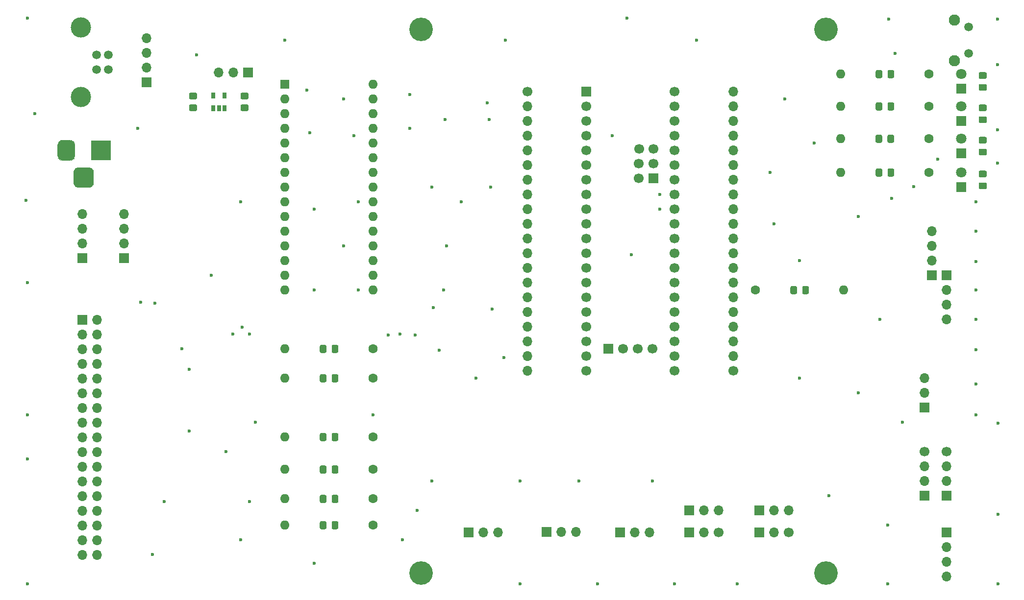
<source format=gbr>
G04 #@! TF.GenerationSoftware,KiCad,Pcbnew,(5.1.9)-1*
G04 #@! TF.CreationDate,2021-01-17T11:56:39+00:00*
G04 #@! TF.ProjectId,Greaseweazle F1 3.5 Inch Rev 2,47726561-7365-4776-9561-7a6c65204631,2*
G04 #@! TF.SameCoordinates,PX6312cb0PY6bcb370*
G04 #@! TF.FileFunction,Soldermask,Top*
G04 #@! TF.FilePolarity,Negative*
%FSLAX46Y46*%
G04 Gerber Fmt 4.6, Leading zero omitted, Abs format (unit mm)*
G04 Created by KiCad (PCBNEW (5.1.9)-1) date 2021-01-17 11:56:39*
%MOMM*%
%LPD*%
G01*
G04 APERTURE LIST*
%ADD10O,1.600000X1.600000*%
%ADD11R,1.600000X1.600000*%
%ADD12C,3.500120*%
%ADD13C,1.501140*%
%ADD14O,1.700000X1.700000*%
%ADD15R,1.700000X1.700000*%
%ADD16C,1.700000*%
%ADD17R,0.650000X1.060000*%
%ADD18C,1.600000*%
%ADD19R,1.800000X1.800000*%
%ADD20C,1.800000*%
%ADD21R,3.500000X3.500000*%
%ADD22C,1.950000*%
%ADD23C,1.508000*%
%ADD24C,4.064000*%
%ADD25C,0.600000*%
%ADD26C,0.100000*%
G04 APERTURE END LIST*
D10*
X7874000Y13970000D03*
X-7366000Y13970000D03*
X7874000Y49530000D03*
X-7366000Y16510000D03*
X7874000Y46990000D03*
X-7366000Y19050000D03*
X7874000Y44450000D03*
X-7366000Y21590000D03*
X7874000Y41910000D03*
X-7366000Y24130000D03*
X7874000Y39370000D03*
X-7366000Y26670000D03*
X7874000Y36830000D03*
X-7366000Y29210000D03*
X7874000Y34290000D03*
X-7366000Y31750000D03*
X7874000Y31750000D03*
X-7366000Y34290000D03*
X7874000Y29210000D03*
X-7366000Y36830000D03*
X7874000Y26670000D03*
X-7366000Y39370000D03*
X7874000Y24130000D03*
X-7366000Y41910000D03*
X7874000Y21590000D03*
X-7366000Y44450000D03*
X7874000Y19050000D03*
X-7366000Y46990000D03*
X7874000Y16510000D03*
D11*
X-7366000Y49530000D03*
D12*
X-42621200Y47345600D03*
X-42621200Y59385200D03*
D13*
X-37896800Y54610000D03*
X-37896800Y52120800D03*
X-39903400Y52120800D03*
X-39903400Y54610000D03*
D14*
X103124000Y-1270000D03*
X103124000Y-3810000D03*
D15*
X103124000Y-6350000D03*
D14*
X106934000Y8890000D03*
X106934000Y11430000D03*
X106934000Y13970000D03*
D15*
X106934000Y16510000D03*
D14*
X29464000Y-27940000D03*
X26924000Y-27940000D03*
D15*
X24384000Y-27940000D03*
D14*
X42926000Y-27829200D03*
X40386000Y-27829200D03*
D15*
X37846000Y-27829200D03*
D14*
X55626000Y-27889200D03*
X53086000Y-27889200D03*
D15*
X50546000Y-27889200D03*
D14*
X-18796000Y51587400D03*
X-16256000Y51587400D03*
D15*
X-13716000Y51587400D03*
D14*
X104394000Y24130000D03*
X104394000Y21590000D03*
X104394000Y19050000D03*
D15*
X104394000Y16510000D03*
X106934000Y-21590000D03*
D14*
X106934000Y-19050000D03*
X106934000Y-16510000D03*
D16*
X106934000Y-13970000D03*
X103124000Y-13970000D03*
D14*
X103124000Y-16510000D03*
X103124000Y-19050000D03*
D15*
X103124000Y-21590000D03*
D17*
X-19725999Y47607400D03*
X-17825999Y47607400D03*
X-17825999Y45407400D03*
X-18775999Y45407400D03*
X-19725999Y45407400D03*
G36*
G01*
X-14801001Y46057400D02*
X-13900999Y46057400D01*
G75*
G02*
X-13651000Y45807401I0J-249999D01*
G01*
X-13651000Y45157399D01*
G75*
G02*
X-13900999Y44907400I-249999J0D01*
G01*
X-14801001Y44907400D01*
G75*
G02*
X-15051000Y45157399I0J249999D01*
G01*
X-15051000Y45807401D01*
G75*
G02*
X-14801001Y46057400I249999J0D01*
G01*
G37*
G36*
G01*
X-14801001Y48107400D02*
X-13900999Y48107400D01*
G75*
G02*
X-13651000Y47857401I0J-249999D01*
G01*
X-13651000Y47207399D01*
G75*
G02*
X-13900999Y46957400I-249999J0D01*
G01*
X-14801001Y46957400D01*
G75*
G02*
X-15051000Y47207399I0J249999D01*
G01*
X-15051000Y47857401D01*
G75*
G02*
X-14801001Y48107400I249999J0D01*
G01*
G37*
G36*
G01*
X-22790999Y46957400D02*
X-23691001Y46957400D01*
G75*
G02*
X-23941000Y47207399I0J249999D01*
G01*
X-23941000Y47857401D01*
G75*
G02*
X-23691001Y48107400I249999J0D01*
G01*
X-22790999Y48107400D01*
G75*
G02*
X-22541000Y47857401I0J-249999D01*
G01*
X-22541000Y47207399D01*
G75*
G02*
X-22790999Y46957400I-249999J0D01*
G01*
G37*
G36*
G01*
X-22790999Y44907400D02*
X-23691001Y44907400D01*
G75*
G02*
X-23941000Y45157399I0J249999D01*
G01*
X-23941000Y45807401D01*
G75*
G02*
X-23691001Y46057400I249999J0D01*
G01*
X-22790999Y46057400D01*
G75*
G02*
X-22541000Y45807401I0J-249999D01*
G01*
X-22541000Y45157399D01*
G75*
G02*
X-22790999Y44907400I-249999J0D01*
G01*
G37*
D18*
X103886000Y51308000D03*
D10*
X88646000Y51308000D03*
D19*
X109474000Y48768000D03*
D20*
X109474000Y51308000D03*
G36*
G01*
X95816000Y51758001D02*
X95816000Y50857999D01*
G75*
G02*
X95566001Y50608000I-249999J0D01*
G01*
X94915999Y50608000D01*
G75*
G02*
X94666000Y50857999I0J249999D01*
G01*
X94666000Y51758001D01*
G75*
G02*
X94915999Y52008000I249999J0D01*
G01*
X95566001Y52008000D01*
G75*
G02*
X95816000Y51758001I0J-249999D01*
G01*
G37*
G36*
G01*
X97866000Y51758001D02*
X97866000Y50857999D01*
G75*
G02*
X97616001Y50608000I-249999J0D01*
G01*
X96965999Y50608000D01*
G75*
G02*
X96716000Y50857999I0J249999D01*
G01*
X96716000Y51758001D01*
G75*
G02*
X96965999Y52008000I249999J0D01*
G01*
X97616001Y52008000D01*
G75*
G02*
X97866000Y51758001I0J-249999D01*
G01*
G37*
G36*
G01*
X113607001Y50488000D02*
X112706999Y50488000D01*
G75*
G02*
X112457000Y50737999I0J249999D01*
G01*
X112457000Y51388001D01*
G75*
G02*
X112706999Y51638000I249999J0D01*
G01*
X113607001Y51638000D01*
G75*
G02*
X113857000Y51388001I0J-249999D01*
G01*
X113857000Y50737999D01*
G75*
G02*
X113607001Y50488000I-249999J0D01*
G01*
G37*
G36*
G01*
X113607001Y48438000D02*
X112706999Y48438000D01*
G75*
G02*
X112457000Y48687999I0J249999D01*
G01*
X112457000Y49338001D01*
G75*
G02*
X112706999Y49588000I249999J0D01*
G01*
X113607001Y49588000D01*
G75*
G02*
X113857000Y49338001I0J-249999D01*
G01*
X113857000Y48687999D01*
G75*
G02*
X113607001Y48438000I-249999J0D01*
G01*
G37*
G36*
G01*
X95816000Y46170001D02*
X95816000Y45269999D01*
G75*
G02*
X95566001Y45020000I-249999J0D01*
G01*
X94915999Y45020000D01*
G75*
G02*
X94666000Y45269999I0J249999D01*
G01*
X94666000Y46170001D01*
G75*
G02*
X94915999Y46420000I249999J0D01*
G01*
X95566001Y46420000D01*
G75*
G02*
X95816000Y46170001I0J-249999D01*
G01*
G37*
G36*
G01*
X97866000Y46170001D02*
X97866000Y45269999D01*
G75*
G02*
X97616001Y45020000I-249999J0D01*
G01*
X96965999Y45020000D01*
G75*
G02*
X96716000Y45269999I0J249999D01*
G01*
X96716000Y46170001D01*
G75*
G02*
X96965999Y46420000I249999J0D01*
G01*
X97616001Y46420000D01*
G75*
G02*
X97866000Y46170001I0J-249999D01*
G01*
G37*
G36*
G01*
X95816000Y34740001D02*
X95816000Y33839999D01*
G75*
G02*
X95566001Y33590000I-249999J0D01*
G01*
X94915999Y33590000D01*
G75*
G02*
X94666000Y33839999I0J249999D01*
G01*
X94666000Y34740001D01*
G75*
G02*
X94915999Y34990000I249999J0D01*
G01*
X95566001Y34990000D01*
G75*
G02*
X95816000Y34740001I0J-249999D01*
G01*
G37*
G36*
G01*
X97866000Y34740001D02*
X97866000Y33839999D01*
G75*
G02*
X97616001Y33590000I-249999J0D01*
G01*
X96965999Y33590000D01*
G75*
G02*
X96716000Y33839999I0J249999D01*
G01*
X96716000Y34740001D01*
G75*
G02*
X96965999Y34990000I249999J0D01*
G01*
X97616001Y34990000D01*
G75*
G02*
X97866000Y34740001I0J-249999D01*
G01*
G37*
G36*
G01*
X95790600Y40582001D02*
X95790600Y39681999D01*
G75*
G02*
X95540601Y39432000I-249999J0D01*
G01*
X94890599Y39432000D01*
G75*
G02*
X94640600Y39681999I0J249999D01*
G01*
X94640600Y40582001D01*
G75*
G02*
X94890599Y40832000I249999J0D01*
G01*
X95540601Y40832000D01*
G75*
G02*
X95790600Y40582001I0J-249999D01*
G01*
G37*
G36*
G01*
X97840600Y40582001D02*
X97840600Y39681999D01*
G75*
G02*
X97590601Y39432000I-249999J0D01*
G01*
X96940599Y39432000D01*
G75*
G02*
X96690600Y39681999I0J249999D01*
G01*
X96690600Y40582001D01*
G75*
G02*
X96940599Y40832000I249999J0D01*
G01*
X97590601Y40832000D01*
G75*
G02*
X97840600Y40582001I0J-249999D01*
G01*
G37*
G36*
G01*
X704000Y3359999D02*
X704000Y4260001D01*
G75*
G02*
X953999Y4510000I249999J0D01*
G01*
X1604001Y4510000D01*
G75*
G02*
X1854000Y4260001I0J-249999D01*
G01*
X1854000Y3359999D01*
G75*
G02*
X1604001Y3110000I-249999J0D01*
G01*
X953999Y3110000D01*
G75*
G02*
X704000Y3359999I0J249999D01*
G01*
G37*
G36*
G01*
X-1346000Y3359999D02*
X-1346000Y4260001D01*
G75*
G02*
X-1096001Y4510000I249999J0D01*
G01*
X-445999Y4510000D01*
G75*
G02*
X-196000Y4260001I0J-249999D01*
G01*
X-196000Y3359999D01*
G75*
G02*
X-445999Y3110000I-249999J0D01*
G01*
X-1096001Y3110000D01*
G75*
G02*
X-1346000Y3359999I0J249999D01*
G01*
G37*
G36*
G01*
X704000Y-1720001D02*
X704000Y-819999D01*
G75*
G02*
X953999Y-570000I249999J0D01*
G01*
X1604001Y-570000D01*
G75*
G02*
X1854000Y-819999I0J-249999D01*
G01*
X1854000Y-1720001D01*
G75*
G02*
X1604001Y-1970000I-249999J0D01*
G01*
X953999Y-1970000D01*
G75*
G02*
X704000Y-1720001I0J249999D01*
G01*
G37*
G36*
G01*
X-1346000Y-1720001D02*
X-1346000Y-819999D01*
G75*
G02*
X-1096001Y-570000I249999J0D01*
G01*
X-445999Y-570000D01*
G75*
G02*
X-196000Y-819999I0J-249999D01*
G01*
X-196000Y-1720001D01*
G75*
G02*
X-445999Y-1970000I-249999J0D01*
G01*
X-1096001Y-1970000D01*
G75*
G02*
X-1346000Y-1720001I0J249999D01*
G01*
G37*
G36*
G01*
X81984000Y13519999D02*
X81984000Y14420001D01*
G75*
G02*
X82233999Y14670000I249999J0D01*
G01*
X82884001Y14670000D01*
G75*
G02*
X83134000Y14420001I0J-249999D01*
G01*
X83134000Y13519999D01*
G75*
G02*
X82884001Y13270000I-249999J0D01*
G01*
X82233999Y13270000D01*
G75*
G02*
X81984000Y13519999I0J249999D01*
G01*
G37*
G36*
G01*
X79934000Y13519999D02*
X79934000Y14420001D01*
G75*
G02*
X80183999Y14670000I249999J0D01*
G01*
X80834001Y14670000D01*
G75*
G02*
X81084000Y14420001I0J-249999D01*
G01*
X81084000Y13519999D01*
G75*
G02*
X80834001Y13270000I-249999J0D01*
G01*
X80183999Y13270000D01*
G75*
G02*
X79934000Y13519999I0J249999D01*
G01*
G37*
G36*
G01*
X704000Y-11880001D02*
X704000Y-10979999D01*
G75*
G02*
X953999Y-10730000I249999J0D01*
G01*
X1604001Y-10730000D01*
G75*
G02*
X1854000Y-10979999I0J-249999D01*
G01*
X1854000Y-11880001D01*
G75*
G02*
X1604001Y-12130000I-249999J0D01*
G01*
X953999Y-12130000D01*
G75*
G02*
X704000Y-11880001I0J249999D01*
G01*
G37*
G36*
G01*
X-1346000Y-11880001D02*
X-1346000Y-10979999D01*
G75*
G02*
X-1096001Y-10730000I249999J0D01*
G01*
X-445999Y-10730000D01*
G75*
G02*
X-196000Y-10979999I0J-249999D01*
G01*
X-196000Y-11880001D01*
G75*
G02*
X-445999Y-12130000I-249999J0D01*
G01*
X-1096001Y-12130000D01*
G75*
G02*
X-1346000Y-11880001I0J249999D01*
G01*
G37*
G36*
G01*
X704000Y-17493401D02*
X704000Y-16593399D01*
G75*
G02*
X953999Y-16343400I249999J0D01*
G01*
X1604001Y-16343400D01*
G75*
G02*
X1854000Y-16593399I0J-249999D01*
G01*
X1854000Y-17493401D01*
G75*
G02*
X1604001Y-17743400I-249999J0D01*
G01*
X953999Y-17743400D01*
G75*
G02*
X704000Y-17493401I0J249999D01*
G01*
G37*
G36*
G01*
X-1346000Y-17493401D02*
X-1346000Y-16593399D01*
G75*
G02*
X-1096001Y-16343400I249999J0D01*
G01*
X-445999Y-16343400D01*
G75*
G02*
X-196000Y-16593399I0J-249999D01*
G01*
X-196000Y-17493401D01*
G75*
G02*
X-445999Y-17743400I-249999J0D01*
G01*
X-1096001Y-17743400D01*
G75*
G02*
X-1346000Y-17493401I0J249999D01*
G01*
G37*
G36*
G01*
X704000Y-22573401D02*
X704000Y-21673399D01*
G75*
G02*
X953999Y-21423400I249999J0D01*
G01*
X1604001Y-21423400D01*
G75*
G02*
X1854000Y-21673399I0J-249999D01*
G01*
X1854000Y-22573401D01*
G75*
G02*
X1604001Y-22823400I-249999J0D01*
G01*
X953999Y-22823400D01*
G75*
G02*
X704000Y-22573401I0J249999D01*
G01*
G37*
G36*
G01*
X-1346000Y-22573401D02*
X-1346000Y-21673399D01*
G75*
G02*
X-1096001Y-21423400I249999J0D01*
G01*
X-445999Y-21423400D01*
G75*
G02*
X-196000Y-21673399I0J-249999D01*
G01*
X-196000Y-22573401D01*
G75*
G02*
X-445999Y-22823400I-249999J0D01*
G01*
X-1096001Y-22823400D01*
G75*
G02*
X-1346000Y-22573401I0J249999D01*
G01*
G37*
G36*
G01*
X704000Y-27120001D02*
X704000Y-26219999D01*
G75*
G02*
X953999Y-25970000I249999J0D01*
G01*
X1604001Y-25970000D01*
G75*
G02*
X1854000Y-26219999I0J-249999D01*
G01*
X1854000Y-27120001D01*
G75*
G02*
X1604001Y-27370000I-249999J0D01*
G01*
X953999Y-27370000D01*
G75*
G02*
X704000Y-27120001I0J249999D01*
G01*
G37*
G36*
G01*
X-1346000Y-27120001D02*
X-1346000Y-26219999D01*
G75*
G02*
X-1096001Y-25970000I249999J0D01*
G01*
X-445999Y-25970000D01*
G75*
G02*
X-196000Y-26219999I0J-249999D01*
G01*
X-196000Y-27120001D01*
G75*
G02*
X-445999Y-27370000I-249999J0D01*
G01*
X-1096001Y-27370000D01*
G75*
G02*
X-1346000Y-27120001I0J249999D01*
G01*
G37*
G36*
G01*
X113607001Y44900000D02*
X112706999Y44900000D01*
G75*
G02*
X112457000Y45149999I0J249999D01*
G01*
X112457000Y45800001D01*
G75*
G02*
X112706999Y46050000I249999J0D01*
G01*
X113607001Y46050000D01*
G75*
G02*
X113857000Y45800001I0J-249999D01*
G01*
X113857000Y45149999D01*
G75*
G02*
X113607001Y44900000I-249999J0D01*
G01*
G37*
G36*
G01*
X113607001Y42850000D02*
X112706999Y42850000D01*
G75*
G02*
X112457000Y43099999I0J249999D01*
G01*
X112457000Y43750001D01*
G75*
G02*
X112706999Y44000000I249999J0D01*
G01*
X113607001Y44000000D01*
G75*
G02*
X113857000Y43750001I0J-249999D01*
G01*
X113857000Y43099999D01*
G75*
G02*
X113607001Y42850000I-249999J0D01*
G01*
G37*
G36*
G01*
X113607001Y31420000D02*
X112706999Y31420000D01*
G75*
G02*
X112457000Y31669999I0J249999D01*
G01*
X112457000Y32320001D01*
G75*
G02*
X112706999Y32570000I249999J0D01*
G01*
X113607001Y32570000D01*
G75*
G02*
X113857000Y32320001I0J-249999D01*
G01*
X113857000Y31669999D01*
G75*
G02*
X113607001Y31420000I-249999J0D01*
G01*
G37*
G36*
G01*
X113607001Y33470000D02*
X112706999Y33470000D01*
G75*
G02*
X112457000Y33719999I0J249999D01*
G01*
X112457000Y34370001D01*
G75*
G02*
X112706999Y34620000I249999J0D01*
G01*
X113607001Y34620000D01*
G75*
G02*
X113857000Y34370001I0J-249999D01*
G01*
X113857000Y33719999D01*
G75*
G02*
X113607001Y33470000I-249999J0D01*
G01*
G37*
G36*
G01*
X113607001Y39312000D02*
X112706999Y39312000D01*
G75*
G02*
X112457000Y39561999I0J249999D01*
G01*
X112457000Y40212001D01*
G75*
G02*
X112706999Y40462000I249999J0D01*
G01*
X113607001Y40462000D01*
G75*
G02*
X113857000Y40212001I0J-249999D01*
G01*
X113857000Y39561999D01*
G75*
G02*
X113607001Y39312000I-249999J0D01*
G01*
G37*
G36*
G01*
X113607001Y37262000D02*
X112706999Y37262000D01*
G75*
G02*
X112457000Y37511999I0J249999D01*
G01*
X112457000Y38162001D01*
G75*
G02*
X112706999Y38412000I249999J0D01*
G01*
X113607001Y38412000D01*
G75*
G02*
X113857000Y38162001I0J-249999D01*
G01*
X113857000Y37511999D01*
G75*
G02*
X113607001Y37262000I-249999J0D01*
G01*
G37*
X109474000Y34290000D03*
D19*
X109474000Y31750000D03*
X109474000Y37592000D03*
D20*
X109474000Y40132000D03*
X109474000Y45720000D03*
D19*
X109474000Y43180000D03*
D18*
X7874000Y3810000D03*
D10*
X-7366000Y3810000D03*
X-7366000Y-1270000D03*
D18*
X7874000Y-1270000D03*
X73914000Y13970000D03*
D10*
X89154000Y13970000D03*
X-7366000Y-11430000D03*
D18*
X7874000Y-11430000D03*
X7874000Y-17018000D03*
D10*
X-7366000Y-17018000D03*
X-7366000Y-22098000D03*
D18*
X7874000Y-22098000D03*
X7874000Y-26670000D03*
D10*
X-7366000Y-26670000D03*
X88646000Y34290000D03*
D18*
X103886000Y34290000D03*
X103886000Y40132000D03*
D10*
X88646000Y40132000D03*
X88646000Y45720000D03*
D18*
X103886000Y45720000D03*
D16*
X53733700Y33274000D03*
X53733700Y35814000D03*
X53797200Y38354000D03*
D15*
X56273700Y33274000D03*
D16*
X56273700Y38354000D03*
X56273700Y35814000D03*
X44704000Y0D03*
X59944000Y0D03*
X44704000Y2540000D03*
X59944000Y2540000D03*
X44704000Y5080000D03*
X59944000Y5080000D03*
X44704000Y7620000D03*
X59944000Y7620000D03*
X44704000Y10160000D03*
X59944000Y10160000D03*
X44704000Y12700000D03*
X59944000Y12700000D03*
X44704000Y15240000D03*
X59944000Y15240000D03*
X44704000Y17780000D03*
X59944000Y17780000D03*
X44704000Y20320000D03*
X59944000Y20320000D03*
X44704000Y22860000D03*
X59944000Y22860000D03*
X44704000Y25400000D03*
X59944000Y25400000D03*
X44704000Y27940000D03*
X59944000Y27940000D03*
X44704000Y30480000D03*
X59944000Y30480000D03*
X44704000Y33020000D03*
X59944000Y33020000D03*
X44704000Y35560000D03*
X59944000Y35560000D03*
X44704000Y38100000D03*
X59944000Y38100000D03*
X44704000Y40640000D03*
X59944000Y40640000D03*
X44704000Y43180000D03*
X59944000Y43180000D03*
X44704000Y45720000D03*
X59944000Y45720000D03*
D15*
X44704000Y48260000D03*
D16*
X59944000Y48260000D03*
X56134000Y3810000D03*
X53594000Y3810000D03*
X51054000Y3810000D03*
D15*
X48514000Y3810000D03*
D14*
X34544000Y0D03*
X34544000Y2540000D03*
X34544000Y5080000D03*
X34544000Y7620000D03*
X34544000Y10160000D03*
X34544000Y12700000D03*
X34544000Y15240000D03*
X34544000Y17780000D03*
X34544000Y20320000D03*
X34544000Y22860000D03*
X34544000Y25400000D03*
X34544000Y27940000D03*
X34544000Y30480000D03*
X34544000Y33020000D03*
X34544000Y35560000D03*
X34544000Y38100000D03*
X34544000Y40640000D03*
X34544000Y43180000D03*
X34544000Y45720000D03*
D16*
X34544000Y48260000D03*
D14*
X70104000Y48260000D03*
X70104000Y45720000D03*
X70104000Y43180000D03*
X70104000Y40640000D03*
X70104000Y38100000D03*
X70104000Y35560000D03*
X70104000Y33020000D03*
X70104000Y30480000D03*
X70104000Y27940000D03*
X70104000Y25400000D03*
X70104000Y22860000D03*
X70104000Y20320000D03*
X70104000Y17780000D03*
X70104000Y15240000D03*
X70104000Y12700000D03*
X70104000Y10160000D03*
X70104000Y7620000D03*
X70104000Y5080000D03*
X70104000Y2540000D03*
D16*
X70104000Y0D03*
D15*
X-31242000Y49885600D03*
D14*
X-31242000Y52425600D03*
X-31242000Y54965600D03*
X-31242000Y57505600D03*
X79603600Y-24130000D03*
X77063600Y-24130000D03*
D15*
X74523600Y-24130000D03*
D14*
X67564000Y-24130000D03*
X65024000Y-24130000D03*
D15*
X62484000Y-24130000D03*
X62484000Y-27940000D03*
D14*
X65024000Y-27940000D03*
D16*
X67564000Y-27940000D03*
D15*
X74523600Y-27940000D03*
D14*
X77063600Y-27940000D03*
D16*
X79603600Y-27940000D03*
D14*
X106934000Y-35560000D03*
X106934000Y-33020000D03*
X106934000Y-30480000D03*
D15*
X106934000Y-27940000D03*
X-35204400Y19532600D03*
D14*
X-35204400Y22072600D03*
X-35204400Y24612600D03*
X-35204400Y27152600D03*
G36*
G01*
X-43888600Y32551400D02*
X-43888600Y34301400D01*
G75*
G02*
X-43013600Y35176400I875000J0D01*
G01*
X-41263600Y35176400D01*
G75*
G02*
X-40388600Y34301400I0J-875000D01*
G01*
X-40388600Y32551400D01*
G75*
G02*
X-41263600Y31676400I-875000J0D01*
G01*
X-43013600Y31676400D01*
G75*
G02*
X-43888600Y32551400I0J875000D01*
G01*
G37*
G36*
G01*
X-46638600Y37126400D02*
X-46638600Y39126400D01*
G75*
G02*
X-45888600Y39876400I750000J0D01*
G01*
X-44388600Y39876400D01*
G75*
G02*
X-43638600Y39126400I0J-750000D01*
G01*
X-43638600Y37126400D01*
G75*
G02*
X-44388600Y36376400I-750000J0D01*
G01*
X-45888600Y36376400D01*
G75*
G02*
X-46638600Y37126400I0J750000D01*
G01*
G37*
D21*
X-39138600Y38126400D03*
D22*
X108244000Y60650000D03*
X108244000Y53650000D03*
D23*
X110744000Y59425000D03*
X110744000Y54875000D03*
D15*
X-42367200Y19532600D03*
D14*
X-42367200Y22072600D03*
X-42367200Y24612600D03*
X-42367200Y27152600D03*
X-39852600Y-31800800D03*
X-42392600Y-31800800D03*
X-39852600Y-29260800D03*
X-42392600Y-29260800D03*
X-39852600Y-26720800D03*
X-42392600Y-26720800D03*
X-39852600Y-24180800D03*
X-42392600Y-24180800D03*
X-39852600Y-21640800D03*
X-42392600Y-21640800D03*
X-39852600Y-19100800D03*
X-42392600Y-19100800D03*
X-39852600Y-16560800D03*
X-42392600Y-16560800D03*
X-39852600Y-14020800D03*
X-42392600Y-14020800D03*
X-39852600Y-11480800D03*
X-42392600Y-11480800D03*
X-39852600Y-8940800D03*
X-42392600Y-8940800D03*
X-39852600Y-6400800D03*
X-42392600Y-6400800D03*
X-39852600Y-3860800D03*
X-42392600Y-3860800D03*
X-39852600Y-1320800D03*
X-42392600Y-1320800D03*
X-39852600Y1219200D03*
X-42392600Y1219200D03*
X-39852600Y3759200D03*
X-42392600Y3759200D03*
X-39852600Y6299200D03*
X-42392600Y6299200D03*
X-39852600Y8839200D03*
D15*
X-42392600Y8839200D03*
D24*
X16113760Y59065160D03*
X86113620Y59065160D03*
X16113760Y-34935160D03*
X86113620Y-34935160D03*
D25*
X5334000Y29210000D03*
X2794000Y21590000D03*
X-51816000Y15240000D03*
X-51816000Y-7620000D03*
X-51816000Y-15240000D03*
X-51816000Y-36830000D03*
X-50546000Y44450000D03*
X96901000Y60833000D03*
X115824000Y-36830000D03*
X105410000Y36576000D03*
X52476400Y20116800D03*
X49149000Y40640000D03*
X-2286000Y27940000D03*
X14224000Y41910000D03*
X97409000Y29845000D03*
X77089000Y25400000D03*
X57404000Y30480000D03*
X57404000Y27940000D03*
X27559000Y46355000D03*
X-51816000Y60960000D03*
X115824000Y-9017000D03*
X112014000Y29210000D03*
X112014000Y24130000D03*
X112014000Y18923000D03*
X112014000Y13970000D03*
X112014000Y8890000D03*
X112014000Y3683000D03*
X112014000Y-2286000D03*
X112014000Y-7620000D03*
X115824000Y-24765000D03*
X51689000Y60960000D03*
X-52070000Y29464000D03*
X33274000Y-36830000D03*
X46609000Y-36830000D03*
X59944000Y-36830000D03*
X70739000Y-36830000D03*
X96774000Y-36830000D03*
X115697000Y60833000D03*
X115697000Y35941000D03*
X115697000Y41656000D03*
X115697000Y52959000D03*
X99314000Y-8890000D03*
X91694000Y-3810000D03*
X81534000Y-1270000D03*
X81534000Y19050000D03*
X86614000Y-21590000D03*
X18034000Y31750000D03*
X28194000Y31750000D03*
X20574000Y21590000D03*
X-2286000Y13970000D03*
X-12446000Y-8890000D03*
X-17526000Y-13970000D03*
X-14986000Y-29210000D03*
X76454000Y34290000D03*
X84074000Y39370000D03*
X91694000Y26670000D03*
X78994000Y46990000D03*
X30734000Y57150000D03*
X63754000Y57150000D03*
X23114000Y29210000D03*
X25654000Y-1270000D03*
X56134000Y-19050000D03*
X43434000Y-19050000D03*
X33274000Y-19050000D03*
X-30226000Y-31750000D03*
X-25146000Y3810000D03*
X-20066000Y16510000D03*
X-14986000Y29210000D03*
X-32766000Y41910000D03*
X-3556000Y48514000D03*
X-22606000Y54610000D03*
X12954000Y-29210000D03*
X15494000Y-24130000D03*
X18034000Y-19050000D03*
X96774000Y-26670000D03*
X7874000Y-7620000D03*
X-28194000Y-22606000D03*
X-13462000Y-22606000D03*
X-2286000Y-33274000D03*
X-7366000Y57150000D03*
X20320000Y43434000D03*
X27940000Y43434000D03*
X14224000Y47752000D03*
X2794000Y46990000D03*
X-3048000Y41148000D03*
X4572000Y40640000D03*
X5334000Y13970000D03*
X20066000Y13970000D03*
X28448000Y10668000D03*
X18288000Y10922000D03*
X19304000Y3556000D03*
X30480000Y2286000D03*
X-23876000Y254000D03*
X-23876000Y-10414000D03*
X-16357600Y6350000D03*
X-13487400Y6375400D03*
X-29845000Y11734801D03*
X-32258000Y11836400D03*
X-14757400Y7594600D03*
X15113000Y6197600D03*
X12522198Y6375400D03*
X10490200Y6223000D03*
X98018600Y54914800D03*
X101244400Y31877000D03*
X95427800Y8890000D03*
D26*
G36*
X-40387435Y32553026D02*
G01*
X-40386600Y32551400D01*
X-40386600Y32495040D01*
X-40386610Y32494844D01*
X-40402815Y32330313D01*
X-40402891Y32329928D01*
X-40449094Y32177617D01*
X-40449244Y32177255D01*
X-40524269Y32036892D01*
X-40524487Y32036566D01*
X-40625457Y31913534D01*
X-40625734Y31913257D01*
X-40748766Y31812287D01*
X-40749092Y31812069D01*
X-40889455Y31737044D01*
X-40889817Y31736894D01*
X-41042128Y31690691D01*
X-41042513Y31690615D01*
X-41207044Y31674410D01*
X-41207240Y31674400D01*
X-41263600Y31674400D01*
X-41265332Y31675400D01*
X-41265332Y31677400D01*
X-41263796Y31678390D01*
X-41093291Y31695183D01*
X-40929521Y31744862D01*
X-40778592Y31825535D01*
X-40646303Y31934103D01*
X-40537735Y32066392D01*
X-40457062Y32217321D01*
X-40407383Y32381091D01*
X-40390590Y32551596D01*
X-40389425Y32553222D01*
X-40387435Y32553026D01*
G37*
G36*
X-43886610Y32551596D02*
G01*
X-43869817Y32381091D01*
X-43820138Y32217321D01*
X-43739465Y32066392D01*
X-43630897Y31934103D01*
X-43498608Y31825535D01*
X-43347679Y31744862D01*
X-43183909Y31695183D01*
X-43013404Y31678390D01*
X-43011778Y31677225D01*
X-43011974Y31675235D01*
X-43013600Y31674400D01*
X-43069960Y31674400D01*
X-43070156Y31674410D01*
X-43234687Y31690615D01*
X-43235072Y31690691D01*
X-43387383Y31736894D01*
X-43387745Y31737044D01*
X-43528108Y31812069D01*
X-43528434Y31812287D01*
X-43651466Y31913257D01*
X-43651743Y31913534D01*
X-43752713Y32036566D01*
X-43752931Y32036892D01*
X-43827956Y32177255D01*
X-43828106Y32177617D01*
X-43874309Y32329928D01*
X-43874385Y32330313D01*
X-43890590Y32494844D01*
X-43890600Y32495040D01*
X-43890600Y32551400D01*
X-43889600Y32553132D01*
X-43887600Y32553132D01*
X-43886610Y32551596D01*
G37*
G36*
X-43011868Y35177400D02*
G01*
X-43011868Y35175400D01*
X-43013404Y35174410D01*
X-43183909Y35157617D01*
X-43347679Y35107938D01*
X-43498608Y35027265D01*
X-43630897Y34918697D01*
X-43739465Y34786408D01*
X-43820138Y34635479D01*
X-43869817Y34471709D01*
X-43886610Y34301204D01*
X-43887775Y34299578D01*
X-43889765Y34299774D01*
X-43890600Y34301400D01*
X-43890600Y34357760D01*
X-43890590Y34357956D01*
X-43874385Y34522487D01*
X-43874309Y34522872D01*
X-43828106Y34675183D01*
X-43827956Y34675545D01*
X-43752931Y34815908D01*
X-43752713Y34816234D01*
X-43651743Y34939266D01*
X-43651466Y34939543D01*
X-43528434Y35040513D01*
X-43528108Y35040731D01*
X-43387745Y35115756D01*
X-43387383Y35115906D01*
X-43235072Y35162109D01*
X-43234687Y35162185D01*
X-43070156Y35178390D01*
X-43069960Y35178400D01*
X-43013600Y35178400D01*
X-43011868Y35177400D01*
G37*
G36*
X-41207044Y35178390D02*
G01*
X-41042513Y35162185D01*
X-41042128Y35162109D01*
X-40889817Y35115906D01*
X-40889455Y35115756D01*
X-40749092Y35040731D01*
X-40748766Y35040513D01*
X-40625734Y34939543D01*
X-40625457Y34939266D01*
X-40524487Y34816234D01*
X-40524269Y34815908D01*
X-40449244Y34675545D01*
X-40449094Y34675183D01*
X-40402891Y34522872D01*
X-40402815Y34522487D01*
X-40386610Y34357956D01*
X-40386600Y34357760D01*
X-40386600Y34301400D01*
X-40387600Y34299668D01*
X-40389600Y34299668D01*
X-40390590Y34301204D01*
X-40407383Y34471709D01*
X-40457062Y34635479D01*
X-40537735Y34786408D01*
X-40646303Y34918697D01*
X-40778592Y35027265D01*
X-40929521Y35107938D01*
X-41093291Y35157617D01*
X-41263796Y35174410D01*
X-41265422Y35175575D01*
X-41265226Y35177565D01*
X-41263600Y35178400D01*
X-41207240Y35178400D01*
X-41207044Y35178390D01*
G37*
G36*
X-46636610Y37126596D02*
G01*
X-46622219Y36980477D01*
X-46579653Y36840156D01*
X-46510531Y36710838D01*
X-46417509Y36597491D01*
X-46304162Y36504469D01*
X-46174844Y36435347D01*
X-46034523Y36392781D01*
X-45888404Y36378390D01*
X-45886778Y36377225D01*
X-45886974Y36375235D01*
X-45888600Y36374400D01*
X-45944960Y36374400D01*
X-45945156Y36374410D01*
X-46085301Y36388213D01*
X-46085686Y36388289D01*
X-46214547Y36427379D01*
X-46214909Y36427529D01*
X-46333660Y36491003D01*
X-46333986Y36491221D01*
X-46438078Y36576645D01*
X-46438355Y36576922D01*
X-46523779Y36681014D01*
X-46523997Y36681340D01*
X-46587471Y36800091D01*
X-46587621Y36800453D01*
X-46626711Y36929314D01*
X-46626787Y36929699D01*
X-46640590Y37069844D01*
X-46640600Y37070040D01*
X-46640600Y37126400D01*
X-46639600Y37128132D01*
X-46637600Y37128132D01*
X-46636610Y37126596D01*
G37*
G36*
X-43637435Y37128026D02*
G01*
X-43636600Y37126400D01*
X-43636600Y37070040D01*
X-43636610Y37069844D01*
X-43650413Y36929699D01*
X-43650489Y36929314D01*
X-43689579Y36800453D01*
X-43689729Y36800091D01*
X-43753203Y36681340D01*
X-43753421Y36681014D01*
X-43838845Y36576922D01*
X-43839122Y36576645D01*
X-43943214Y36491221D01*
X-43943540Y36491003D01*
X-44062291Y36427529D01*
X-44062653Y36427379D01*
X-44191514Y36388289D01*
X-44191899Y36388213D01*
X-44332044Y36374410D01*
X-44332240Y36374400D01*
X-44388600Y36374400D01*
X-44390332Y36375400D01*
X-44390332Y36377400D01*
X-44388796Y36378390D01*
X-44242677Y36392781D01*
X-44102356Y36435347D01*
X-43973038Y36504469D01*
X-43859691Y36597491D01*
X-43766669Y36710838D01*
X-43697547Y36840156D01*
X-43654981Y36980477D01*
X-43640590Y37126596D01*
X-43639425Y37128222D01*
X-43637435Y37128026D01*
G37*
G36*
X-45886868Y39877400D02*
G01*
X-45886868Y39875400D01*
X-45888404Y39874410D01*
X-46034523Y39860019D01*
X-46174844Y39817453D01*
X-46304162Y39748331D01*
X-46417509Y39655309D01*
X-46510531Y39541962D01*
X-46579653Y39412644D01*
X-46622219Y39272323D01*
X-46636610Y39126204D01*
X-46637775Y39124578D01*
X-46639765Y39124774D01*
X-46640600Y39126400D01*
X-46640600Y39182760D01*
X-46640590Y39182956D01*
X-46626787Y39323101D01*
X-46626711Y39323486D01*
X-46587621Y39452347D01*
X-46587471Y39452709D01*
X-46523997Y39571460D01*
X-46523779Y39571786D01*
X-46438355Y39675878D01*
X-46438078Y39676155D01*
X-46333986Y39761579D01*
X-46333660Y39761797D01*
X-46214909Y39825271D01*
X-46214547Y39825421D01*
X-46085686Y39864511D01*
X-46085301Y39864587D01*
X-45945156Y39878390D01*
X-45944960Y39878400D01*
X-45888600Y39878400D01*
X-45886868Y39877400D01*
G37*
G36*
X-44332044Y39878390D02*
G01*
X-44191899Y39864587D01*
X-44191514Y39864511D01*
X-44062653Y39825421D01*
X-44062291Y39825271D01*
X-43943540Y39761797D01*
X-43943214Y39761579D01*
X-43839122Y39676155D01*
X-43838845Y39675878D01*
X-43753421Y39571786D01*
X-43753203Y39571460D01*
X-43689729Y39452709D01*
X-43689579Y39452347D01*
X-43650489Y39323486D01*
X-43650413Y39323101D01*
X-43636610Y39182956D01*
X-43636600Y39182760D01*
X-43636600Y39126400D01*
X-43637600Y39124668D01*
X-43639600Y39124668D01*
X-43640590Y39126204D01*
X-43654981Y39272323D01*
X-43697547Y39412644D01*
X-43766669Y39541962D01*
X-43859691Y39655309D01*
X-43973038Y39748331D01*
X-44102356Y39817453D01*
X-44242677Y39860019D01*
X-44388796Y39874410D01*
X-44390422Y39875575D01*
X-44390226Y39877565D01*
X-44388600Y39878400D01*
X-44332240Y39878400D01*
X-44332044Y39878390D01*
G37*
M02*

</source>
